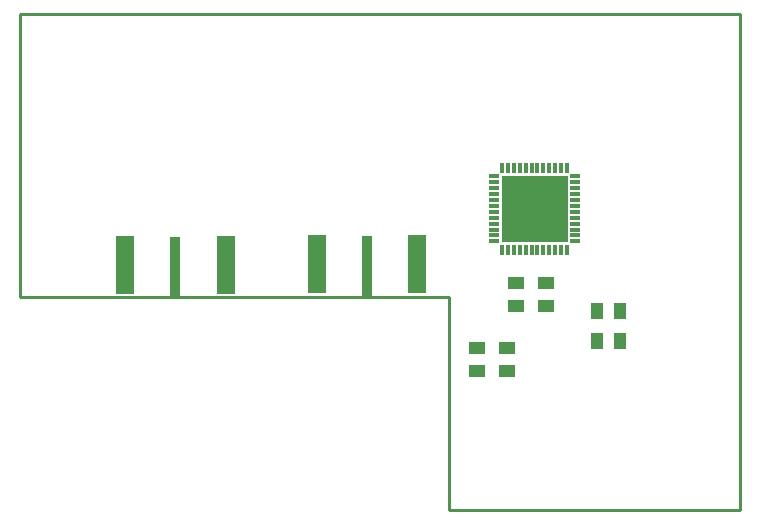
<source format=gtp>
G04*
G04 #@! TF.GenerationSoftware,Altium Limited,Altium Designer,20.2.5 (213)*
G04*
G04 Layer_Color=8421504*
%FSLAX42Y42*%
%MOMM*%
G71*
G04*
G04 #@! TF.SameCoordinates,FD00795A-EEFA-4773-A186-A79775DAC492*
G04*
G04*
G04 #@! TF.FilePolarity,Positive*
G04*
G01*
G75*
%ADD12C,0.25*%
%ADD15R,1.60X4.90*%
%ADD16R,0.90X5.10*%
%ADD17R,5.60X5.60*%
%ADD18R,0.30X0.85*%
%ADD19R,0.85X0.30*%
%ADD20R,1.40X1.02*%
%ADD21R,1.02X1.40*%
D12*
X7640Y5300D02*
X10100D01*
X7640D02*
Y7100D01*
X4000D02*
X7640D01*
X4000D02*
Y9500D01*
X10100D01*
Y5300D02*
Y9500D01*
D15*
X4895Y7378D02*
D03*
X5745D02*
D03*
X6515Y7382D02*
D03*
X7365D02*
D03*
D16*
X5320Y7360D02*
D03*
X6940Y7365D02*
D03*
D17*
X8360Y7850D02*
D03*
D18*
X8635Y7505D02*
D03*
X8585D02*
D03*
X8535D02*
D03*
X8485D02*
D03*
X8435D02*
D03*
X8385D02*
D03*
X8335D02*
D03*
X8285D02*
D03*
X8235D02*
D03*
X8185D02*
D03*
X8135D02*
D03*
X8085D02*
D03*
Y8195D02*
D03*
X8135D02*
D03*
X8185D02*
D03*
X8235D02*
D03*
X8285D02*
D03*
X8335D02*
D03*
X8385D02*
D03*
X8435D02*
D03*
X8485D02*
D03*
X8535D02*
D03*
X8585D02*
D03*
X8635D02*
D03*
D19*
X8015Y7575D02*
D03*
Y7625D02*
D03*
Y7675D02*
D03*
Y7725D02*
D03*
Y7775D02*
D03*
Y7825D02*
D03*
Y7875D02*
D03*
Y7925D02*
D03*
Y7975D02*
D03*
Y8025D02*
D03*
Y8075D02*
D03*
Y8125D02*
D03*
X8705D02*
D03*
Y8075D02*
D03*
Y8025D02*
D03*
Y7975D02*
D03*
Y7925D02*
D03*
Y7875D02*
D03*
Y7825D02*
D03*
Y7775D02*
D03*
Y7725D02*
D03*
Y7675D02*
D03*
Y7625D02*
D03*
Y7575D02*
D03*
D20*
X8460Y7221D02*
D03*
Y7030D02*
D03*
X8200Y7221D02*
D03*
Y7030D02*
D03*
X8128Y6668D02*
D03*
Y6477D02*
D03*
X7874Y6668D02*
D03*
Y6477D02*
D03*
D21*
X8890Y6731D02*
D03*
X9081D02*
D03*
Y6985D02*
D03*
X8890D02*
D03*
M02*

</source>
